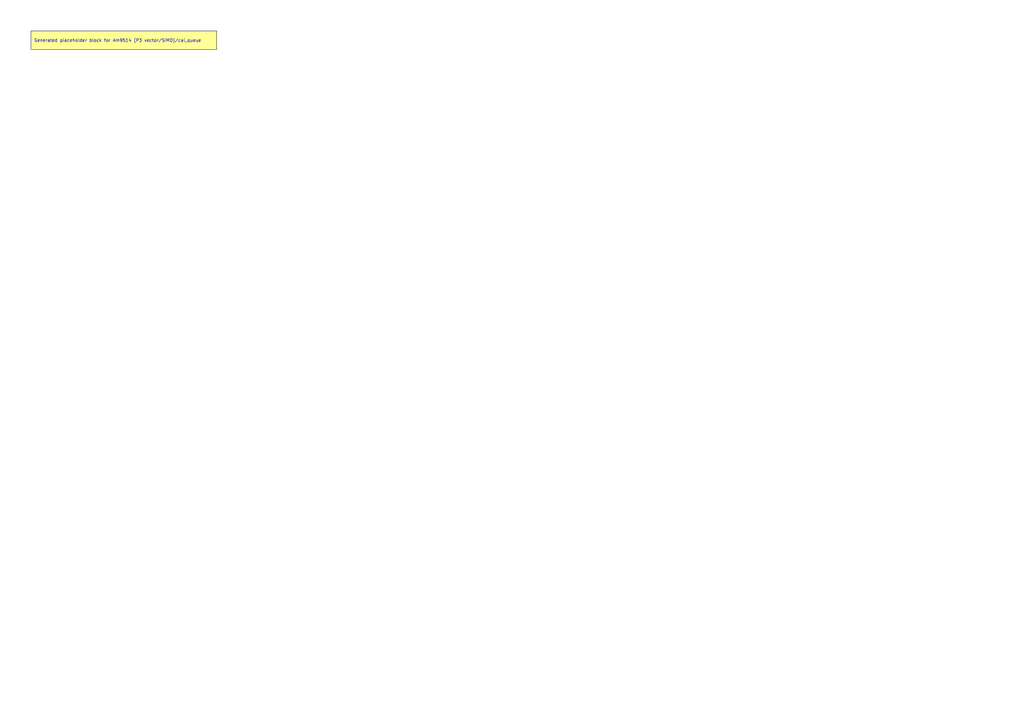
<source format=kicad_sch>
(kicad_sch
	(version 20250114)
	(generator "kicadgen")
	(generator_version "0.2")
	(uuid "14114df3-c46c-5899-8303-bd19b1525575")
	(paper "A3")
	(title_block
		(title "Am9514 (P3 vector/SIMD)::cai_queue")
		(company "Project Carbon")
		(comment 1 "Generated - do not edit in generated/")
		(comment 2 "Edit in schem/kicad9/manual/ or refine mapping specs")
	)
	(lib_symbols)
	(text_box
		"Generated placeholder block for Am9514 (P3 vector/SIMD)/cai_queue"
		(exclude_from_sim no)
		(at
			12.7
			12.7
			0
		)
		(size 76.2 7.62)
		(margins
			1.27
			1.27
			1.27
			1.27
		)
		(stroke
			(width 0)
			(type default)
			(color
				0
				0
				0
				1
			)
		)
		(fill
			(type color)
			(color
				255
				255
				150
				1
			)
		)
		(effects
			(font
				(size 1.27 1.27)
			)
			(justify left)
		)
		(uuid "dc6791fd-03a8-522d-bc96-df36c21bfec7")
	)
	(sheet_instances
		(path
			"/"
			(page "1")
		)
	)
	(embedded_fonts no)
)

</source>
